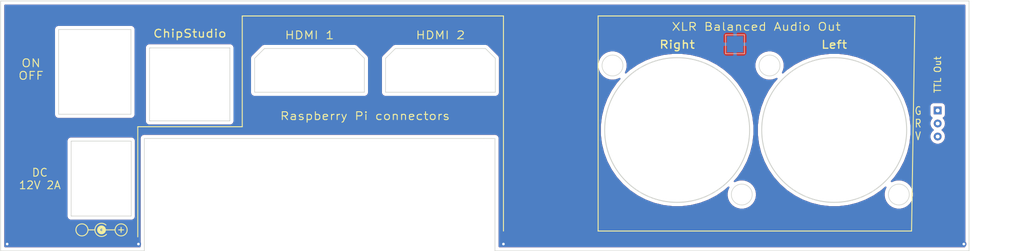
<source format=kicad_pcb>
(kicad_pcb (version 20211014) (generator pcbnew)
  (layers (0 "F.Cu" signal) (31 "B.Cu" signal) (34 "B.Paste" user) (35 "F.Paste" user) (36 "B.SilkS" user "B.Silkscreen") (37 "F.SilkS" user "F.Silkscreen") (38 "B.Mask" user) (39 "F.Mask" user) (44 "Edge.Cuts" user))
  (net 0 "")
  (net 1 "GND")
  (footprint "Symbol:Symbol_Barrel_Polarity" (layer "F.Cu") (at 67.45 135.25)
    (fp_text reference "REF**" hide)
    (fp_text value "Symbol_Barrel_Polarity")
    (fp_line (start 0 0.075) (end 2 0.075) (layer "F.SilkS") (width 0.15))
    (fp_line (start -2 0.075) (end -1.1 0.075) (layer "F.SilkS") (width 0.15))
    (fp_arc (start 0.75 0.75) (mid -1.007627 0.128033) (end 0.675 -0.675) (layer "F.SilkS") (width 0.15))
    (fp_circle (center 3 0.075) (end 3 1) (layer "F.SilkS") (width 0.15) (fill none))
    (fp_circle (center 0 0.075) (end 0 0.25) (layer "F.SilkS") (width 0.5) (fill none))
    (fp_circle (center -3 0.075) (end -3 1) (layer "F.SilkS") (width 0.15) (fill none))
  )
  (footprint "Connector_PinHeader_2.54mm:PinHeader_1x03_P2.54mm_Vertical" (layer "F.Cu") (at 195.5 117)
    (fp_text reference "REF**" hide)
    (fp_text value "PinHeader_1x03_P2.54mm_Vertical")
    (pad "1" thru_hole rect locked (at 0 0) (size 1.2 1.2) (drill 0.6) (layers *.Cu *.Mask))
    (pad "2" thru_hole circle locked (at 0 2) (size 1.2 1.2) (drill 0.6) (layers *.Cu *.Mask))
    (pad "3" thru_hole circle locked (at 0 4) (size 1.2 1.2) (drill 0.6) (layers *.Cu *.Mask))
  )
  (footprint "TestPoint:TestPoint_Pad_2.5x2.5mm" (layer "B.Cu") (at 164.465 106.834)
    (fp_text reference "TP1" hide)
    (fp_text value "TestPoint")
    (fp_line (start -1.45 1.45) (end 1.45 1.45) (layer "B.SilkS") (width 0.12))
    (fp_line (start 1.45 -1.45) (end -1.45 -1.45) (layer "B.SilkS") (width 0.12))
    (fp_line (start -1.45 -1.45) (end -1.45 1.45) (layer "B.SilkS") (width 0.12))
    (fp_line (start 1.45 1.45) (end 1.45 -1.45) (layer "B.SilkS") (width 0.12))
    (pad "1" smd rect locked (at 0 0) (size 2.5 2.5) (layers "B.Cu" "B.Mask") (net 1 "GND"))
  )
  (gr_line (start 192 102.5) (end 192 103) (layer "F.SilkS") (width 0.15))
  (gr_line (start 89 119.5) (end 73 119.5) (layer "F.SilkS") (width 0.15))
  (gr_line (start 143.5 102.5) (end 143.5 135.5) (layer "F.SilkS") (width 0.15))
  (gr_line (start 73 119.5) (end 73 136.4) (layer "F.SilkS") (width 0.15))
  (gr_line (start 191.5 135.5) (end 192 103) (layer "F.SilkS") (width 0.15))
  (gr_line (start 143.5 102.5) (end 192 102.5) (layer "F.SilkS") (width 0.15))
  (gr_line (start 89 102.5) (end 89 119.5) (layer "F.SilkS") (width 0.15))
  (gr_line (start 143.5 135.5) (end 191.5 135.5) (layer "F.SilkS") (width 0.15))
  (gr_line (start 129 102.5) (end 89 102.5) (layer "F.SilkS") (width 0.15))
  (gr_line (start 129 135.5) (end 129 102.5) (layer "F.SilkS") (width 0.15))
  (gr_circle (center 179.65045 120) (end 190.7509 120) (layer "Edge.Cuts") (width 0.15) (fill none))
  (gr_circle (center 155.59955 120) (end 166.7 120) (layer "Edge.Cuts") (width 0.15) (fill none))
  (gr_circle (center 165.5 129.9) (end 167.1 129.9) (layer "Edge.Cuts") (width 0.1) (fill none))
  (gr_circle (center 169.75 110.1) (end 171.35 110.1) (layer "Edge.Cuts") (width 0.1) (fill none))
  (gr_circle (center 189.55 129.9) (end 191.15 129.9) (layer "Edge.Cuts") (width 0.1) (fill none))
  (gr_line (start 71.95 117.5838) (end 71.95 104.5828) (layer "Edge.Cuts") (width 0.1))
  (gr_line (start 60.8827 117.5838) (end 71.95 117.5838) (layer "Edge.Cuts") (width 0.1))
  (gr_line (start 72 121.7) (end 71.9511 121.7) (layer "Edge.Cuts") (width 0.1))
  (gr_line (start 62.8 121.7) (end 62.8 121.8499) (layer "Edge.Cuts") (width 0.1))
  (gr_line (start 62.8 133.2) (end 62.9 133.2) (layer "Edge.Cuts") (width 0.1))
  (gr_line (start 72 133.2) (end 71.9509 133.2) (layer "Edge.Cuts") (width 0.1))
  (gr_line (start 87.1 107.4) (end 87.1 107.5) (layer "Edge.Cuts") (width 0.1))
  (gr_line (start 74.8 107.4) (end 74.8 107.5) (layer "Edge.Cuts") (width 0.1))
  (gr_line (start 74.8 118.6) (end 74.9511 118.6) (layer "Edge.Cuts") (width 0.1))
  (gr_line (start 87.1 118.6) (end 87.0006 118.6) (layer "Edge.Cuts") (width 0.1))
  (gr_line (start 92.4 107.5) (end 106.2 107.5) (layer "Edge.Cuts") (width 0.1))
  (gr_line (start 107.7 109) (end 107.7 114.2) (layer "Edge.Cuts") (width 0.1))
  (gr_line (start 90.9 109) (end 90.9 114.2) (layer "Edge.Cuts") (width 0.1))
  (gr_line (start 112.4506 107.5) (end 110.9506 109) (layer "Edge.Cuts") (width 0.1))
  (gr_line (start 126.2506 107.5) (end 127.7506 109) (layer "Edge.Cuts") (width 0.1))
  (gr_line (start 112.4506 107.5) (end 126.2506 107.5) (layer "Edge.Cuts") (width 0.1))
  (gr_line (start 127.7506 109) (end 127.7506 114.2) (layer "Edge.Cuts") (width 0.1))
  (gr_line (start 110.9506 109) (end 110.9506 114.2) (layer "Edge.Cuts") (width 0.1))
  (gr_line (start 200.3 100.2) (end 200.3 138.55) (layer "Edge.Cuts") (width 0.1))
  (gr_line (start 52 100.2) (end 52 138.55) (layer "Edge.Cuts") (width 0.1))
  (gr_line (start 200.3 100.2) (end 52 100.2) (layer "Edge.Cuts") (width 0.1))
  (gr_line (start 52 138.55) (end 74 138.55) (layer "Edge.Cuts") (width 0.1))
  (gr_line (start 200.3 138.55) (end 127.7006 138.55) (layer "Edge.Cuts") (width 0.1))
  (gr_line (start 127.7006 121.3013) (end 127.7006 138.55) (layer "Edge.Cuts") (width 0.1))
  (gr_line (start 87.1 118.5) (end 87.1 118.6) (layer "Edge.Cuts") (width 0.1))
  (gr_line (start 107.7 114.2) (end 90.9 114.2) (layer "Edge.Cuts") (width 0.1))
  (gr_line (start 74 121.3013) (end 74 138.55) (layer "Edge.Cuts") (width 0.1))
  (gr_line (start 87.1 107.5) (end 87.1 118.5) (layer "Edge.Cuts") (width 0.1))
  (gr_line (start 71.9511 121.7) (end 62.9002 121.7) (layer "Edge.Cuts") (width 0.1))
  (gr_line (start 72 133.0511) (end 72 121.8504) (layer "Edge.Cuts") (width 0.1))
  (gr_line (start 127.7506 114.2) (end 110.9506 114.2) (layer "Edge.Cuts") (width 0.1))
  (gr_line (start 74.9511 121.3013) (end 74 121.3013) (layer "Edge.Cuts") (width 0.1))
  (gr_line (start 106.2 107.5) (end 107.7 109) (layer "Edge.Cuts") (width 0.1))
  (gr_line (start 87 107.4) (end 87.1 107.4) (layer "Edge.Cuts") (width 0.1))
  (gr_line (start 60.8827 117.5838) (end 60.8827 104.5828) (layer "Edge.Cuts") (width 0.1))
  (gr_circle (center 145.7 110.1) (end 147.3 110.1) (layer "Edge.Cuts") (width 0.1) (fill none))
  (gr_line (start 74.9505 107.4) (end 87 107.4) (layer "Edge.Cuts") (width 0.1))
  (gr_line (start 74.8 107.5) (end 74.8 118.5) (layer "Edge.Cuts") (width 0.1))
  (gr_line (start 74.8 118.5) (end 74.8 118.6) (layer "Edge.Cuts") (width 0.1))
  (gr_line (start 72 133.0511) (end 72 133.2) (layer "Edge.Cuts") (width 0.1))
  (gr_line (start 126.0006 121.3013) (end 127.7006 121.3013) (layer "Edge.Cuts") (width 0.1))
  (gr_line (start 62.9002 121.7) (end 62.8 121.7) (layer "Edge.Cuts") (width 0.1))
  (gr_line (start 87.0006 118.6) (end 74.9511 118.6) (layer "Edge.Cuts") (width 0.1))
  (gr_line (start 74.9505 107.4) (end 74.8 107.4) (layer "Edge.Cuts") (width 0.1))
  (gr_line (start 62.8 133.1) (end 62.8 133.2) (layer "Edge.Cuts") (width 0.1))
  (gr_line (start 126.0006 121.3013) (end 74.9511 121.3013) (layer "Edge.Cuts") (width 0.1))
  (gr_line (start 72 121.8504) (end 72 121.7) (layer "Edge.Cuts") (width 0.1))
  (gr_line (start 60.8827 104.5828) (end 71.95 104.5828) (layer "Edge.Cuts") (width 0.1))
  (gr_line (start 62.9 133.2) (end 71.9509 133.2) (layer "Edge.Cuts") (width 0.1))
  (gr_line (start 62.8 121.8499) (end 62.8 133.1) (layer "Edge.Cuts") (width 0.1))
  (gr_line (start 92.4 107.5) (end 90.9 109) (layer "Edge.Cuts") (width 0.1))
  (gr_text "HDMI 2" (at 119.35 105.45) (layer "F.SilkS") (effects (font (size 1.2 1.4))))
  (gr_text "Raspberry Pi connectors" (at 107.8 117.85) (layer "F.SilkS") (effects (font (size 1.2 1.4))))
  (gr_text "DC\n12V 2A" (at 58 127.5) (layer "F.SilkS") (effects (font (size 1.2 1.2))))
  (gr_text "XLR Balanced Audio Out" (at 167.711905 104.15) (layer "F.SilkS") (effects (font (size 1.2 1.4))))
  (gr_text "HDMI 1" (at 99.3 105.45) (layer "F.SilkS") (effects (font (size 1.2 1.4))))
  (gr_text "ChipStudio" (at 80.97585 105.2) (layer "F.SilkS") (effects (font (size 1.2 1.4) (thickness 0.18))))
  (gr_text "Left" (at 179.65045 106.9) (layer "F.SilkS") (effects (font (size 1.2 1.4) (thickness 0.2))))
  (gr_text "ON\nOFF" (at 56.65 110.7) (layer "F.SilkS") (effects (font (size 1.2 1.4))))
  (gr_text "+" (at 70.45 135.25) (layer "F.SilkS") (effects (font (size 1 1))))
  (gr_text "TTL Out" (at 195.5 111.5 90) (layer "F.SilkS") (effects (font (size 1 1))))
  (gr_text "G\nR\nV" (at 192.5 119) (layer "F.SilkS") (effects (font (size 1.2 1))))
  (gr_text "Right" (at 155.59955 106.9) (layer "F.SilkS") (effects (font (size 1.2 1.4) (thickness 0.2))))
  (via (at 199.5 137.5) (size 0.8) (drill 0.4) (layers "F.Cu" "B.Cu") (net 1))
  (via (at 53 137.5) (size 0.8) (drill 0.4) (layers "F.Cu" "B.Cu") (net 1))
  (via (at 73.1 137.5) (size 0.8) (drill 0.4) (layers "F.Cu" "B.Cu") (net 1))
  (via (at 129 137.5) (size 0.8) (drill 0.4) (layers "F.Cu" "B.Cu") (net 1))
  (zone (net 1) (net_name "GND") (layer "F.Cu") (connect_pads (clearance 0.508)) (min_thickness 0.254) (fill yes (thermal_gap 0.508) (thermal_bridge_width 0.508))
    (polygon (pts (xy 200.4 138.55) (xy 51.9 138.55) (xy 51.9 100.05) (xy 200.4 100.05)))
  )
  (zone (net 1) (net_name "GND") (layer "B.Cu") (connect_pads (clearance 0.508)) (min_thickness 0.254) (fill yes (thermal_gap 0.508) (thermal_bridge_width 0.508))
    (polygon (pts (xy 200.4 138.55) (xy 51.9 138.55) (xy 51.9 100.05) (xy 200.4 100.05)))
  )
)
</source>
